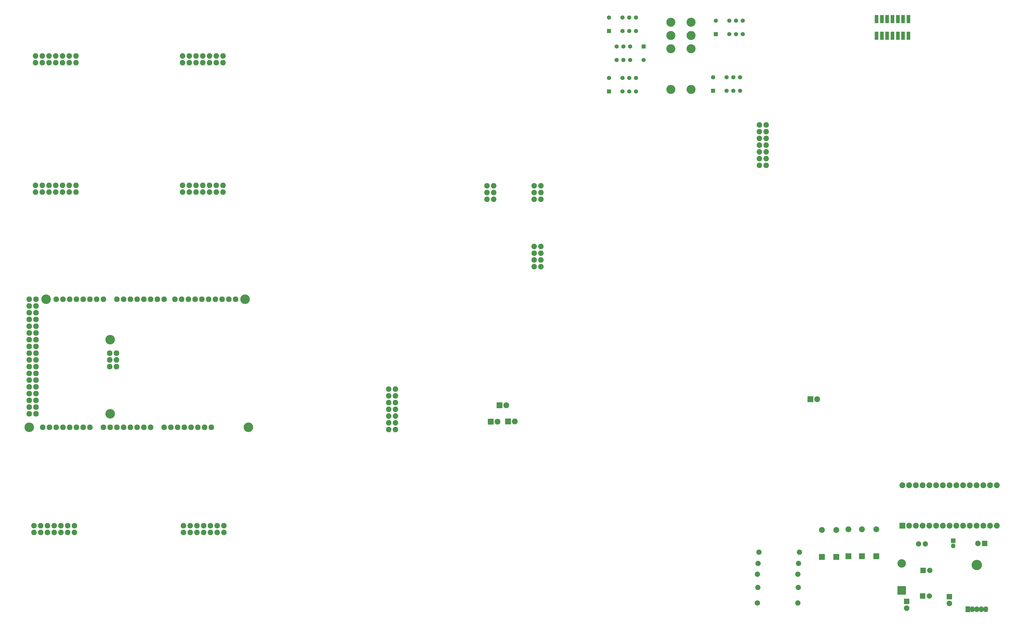
<source format=gbr>
G04 #@! TF.FileFunction,Soldermask,Top*
%FSLAX46Y46*%
G04 Gerber Fmt 4.6, Leading zero omitted, Abs format (unit mm)*
G04 Created by KiCad (PCBNEW 4.0.6) date 02/21/20 12:53:56*
%MOMM*%
%LPD*%
G01*
G04 APERTURE LIST*
%ADD10C,0.100000*%
%ADD11C,2.082800*%
%ADD12R,2.000000X2.000000*%
%ADD13C,2.000000*%
%ADD14R,2.200000X2.200000*%
%ADD15C,2.200000*%
%ADD16O,2.200000X2.200000*%
%ADD17R,3.200000X3.200000*%
%ADD18O,3.200000X3.200000*%
%ADD19R,1.600000X1.600000*%
%ADD20C,1.600000*%
%ADD21O,2.127200X2.127200*%
%ADD22C,3.600000*%
%ADD23R,2.100000X2.100000*%
%ADD24O,2.100000X2.100000*%
%ADD25R,1.750000X1.750000*%
%ADD26O,1.750000X1.750000*%
%ADD27C,3.400000*%
%ADD28O,3.900000X3.900000*%
%ADD29R,1.750000X2.200000*%
%ADD30O,1.750000X2.200000*%
%ADD31O,2.000000X2.000000*%
%ADD32R,1.400000X3.150000*%
G04 APERTURE END LIST*
D10*
D11*
X133400000Y-102400000D03*
X133400000Y-104940000D03*
X135940000Y-102400000D03*
X135940000Y-104940000D03*
X138480000Y-102400000D03*
X138480000Y-104940000D03*
X141020000Y-102400000D03*
X141020000Y-104940000D03*
X143560000Y-102400000D03*
X143560000Y-104940000D03*
X146100000Y-102400000D03*
X146100000Y-104940000D03*
X148640000Y-102400000D03*
X148640000Y-104940000D03*
X188800000Y-102400000D03*
X188800000Y-104940000D03*
X191340000Y-102400000D03*
X191340000Y-104940000D03*
X193880000Y-102400000D03*
X193880000Y-104940000D03*
X196420000Y-102400000D03*
X196420000Y-104940000D03*
X198960000Y-102400000D03*
X198960000Y-104940000D03*
X201500000Y-102400000D03*
X201500000Y-104940000D03*
X204040000Y-102400000D03*
X204040000Y-104940000D03*
X188800000Y-151200000D03*
X188800000Y-153740000D03*
X191340000Y-151200000D03*
X191340000Y-153740000D03*
X193880000Y-151200000D03*
X193880000Y-153740000D03*
X196420000Y-151200000D03*
X196420000Y-153740000D03*
X198960000Y-151200000D03*
X198960000Y-153740000D03*
X201500000Y-151200000D03*
X201500000Y-153740000D03*
X204040000Y-151200000D03*
X204040000Y-153740000D03*
X133400000Y-151200000D03*
X133400000Y-153740000D03*
X135940000Y-151200000D03*
X135940000Y-153740000D03*
X138480000Y-151200000D03*
X138480000Y-153740000D03*
X141020000Y-151200000D03*
X141020000Y-153740000D03*
X143560000Y-151200000D03*
X143560000Y-153740000D03*
X146100000Y-151200000D03*
X146100000Y-153740000D03*
X148640000Y-151200000D03*
X148640000Y-153740000D03*
X148100000Y-282000000D03*
X148100000Y-279460000D03*
X145560000Y-282000000D03*
X145560000Y-279460000D03*
X143020000Y-282000000D03*
X143020000Y-279460000D03*
X140480000Y-282000000D03*
X140480000Y-279460000D03*
X137940000Y-282000000D03*
X137940000Y-279460000D03*
X135400000Y-282000000D03*
X135400000Y-279460000D03*
X132860000Y-282000000D03*
X132860000Y-279460000D03*
X204343000Y-282000000D03*
X204343000Y-279460000D03*
X201803000Y-282000000D03*
X201803000Y-279460000D03*
X199263000Y-282000000D03*
X199263000Y-279460000D03*
X196723000Y-282000000D03*
X196723000Y-279460000D03*
X194183000Y-282000000D03*
X194183000Y-279460000D03*
X191643000Y-282000000D03*
X191643000Y-279460000D03*
X189103000Y-282000000D03*
X189103000Y-279460000D03*
X269000000Y-243200000D03*
X266460000Y-243200000D03*
X269000000Y-240660000D03*
X266460000Y-240660000D03*
X269000000Y-238120000D03*
X266460000Y-238120000D03*
X269000000Y-235580000D03*
X266460000Y-235580000D03*
X269000000Y-233040000D03*
X266460000Y-233040000D03*
X269000000Y-230500000D03*
X266460000Y-230500000D03*
X269000000Y-227960000D03*
X266460000Y-227960000D03*
X408600000Y-143600000D03*
X406060000Y-143600000D03*
X408600000Y-141060000D03*
X406060000Y-141060000D03*
X408600000Y-138520000D03*
X406060000Y-138520000D03*
X408600000Y-135980000D03*
X406060000Y-135980000D03*
X408600000Y-133440000D03*
X406060000Y-133440000D03*
X408600000Y-130900000D03*
X406060000Y-130900000D03*
X408600000Y-128360000D03*
X406060000Y-128360000D03*
X323800000Y-156400000D03*
X321260000Y-156400000D03*
X323800000Y-153860000D03*
X321260000Y-153860000D03*
X323800000Y-151320000D03*
X321260000Y-151320000D03*
X306000000Y-156400000D03*
X303460000Y-156400000D03*
X306000000Y-153860000D03*
X303460000Y-153860000D03*
X306000000Y-151320000D03*
X303460000Y-151320000D03*
X323800000Y-181800000D03*
X321260000Y-181800000D03*
X323800000Y-179260000D03*
X321260000Y-179260000D03*
X323800000Y-176720000D03*
X321260000Y-176720000D03*
X323800000Y-174180000D03*
X321260000Y-174180000D03*
D12*
X467538000Y-305918000D03*
D13*
X470038000Y-305918000D03*
D12*
X467716000Y-296316000D03*
D13*
X470216000Y-296316000D03*
D14*
X311404000Y-240132000D03*
D15*
X313944000Y-240132000D03*
D14*
X429616000Y-291236000D03*
D16*
X429616000Y-281076000D03*
D14*
X434975000Y-291186000D03*
D16*
X434975000Y-281026000D03*
D14*
X450113000Y-290957000D03*
D16*
X450113000Y-280797000D03*
D14*
X444627000Y-290957000D03*
D16*
X444627000Y-280797000D03*
D14*
X425298000Y-231800000D03*
D15*
X427838000Y-231800000D03*
D17*
X459613000Y-303809000D03*
D18*
X459613000Y-293649000D03*
D14*
X439598000Y-290957000D03*
D16*
X439598000Y-280797000D03*
D14*
X308153000Y-234061000D03*
D15*
X310693000Y-234061000D03*
D14*
X304902000Y-240208000D03*
D15*
X307442000Y-240208000D03*
D19*
X388622000Y-115519000D03*
D20*
X388622000Y-110439000D03*
X393702000Y-115519000D03*
X398782000Y-110439000D03*
X396242000Y-115519000D03*
X398782000Y-115519000D03*
X393702000Y-110439000D03*
X396242000Y-110439000D03*
D19*
X349455000Y-115748000D03*
D20*
X349455000Y-110668000D03*
X354535000Y-115748000D03*
X359615000Y-110668000D03*
X357075000Y-115748000D03*
X359615000Y-115748000D03*
X354535000Y-110668000D03*
X357075000Y-110668000D03*
D19*
X362431000Y-98882000D03*
D20*
X362431000Y-103962000D03*
X357351000Y-98882000D03*
X352271000Y-103962000D03*
X354811000Y-98882000D03*
X352271000Y-98882000D03*
X357351000Y-103962000D03*
X354811000Y-103962000D03*
D19*
X349404000Y-92964000D03*
D20*
X349404000Y-87884000D03*
X354484000Y-92964000D03*
X359564000Y-87884000D03*
X357024000Y-92964000D03*
X359564000Y-92964000D03*
X354484000Y-87884000D03*
X357024000Y-87884000D03*
D19*
X389638000Y-94183200D03*
D20*
X389638000Y-89103200D03*
X394718000Y-94183200D03*
X399798000Y-89103200D03*
X397258000Y-94183200D03*
X399798000Y-94183200D03*
X394718000Y-89103200D03*
X397258000Y-89103200D03*
D21*
X163932000Y-219456000D03*
X161392000Y-219456000D03*
X161392000Y-216916000D03*
X163932000Y-216916000D03*
X161392000Y-214376000D03*
X176759000Y-242316000D03*
X181839000Y-242316000D03*
X184379000Y-242316000D03*
X186919000Y-242316000D03*
X189459000Y-242316000D03*
X191999000Y-242316000D03*
X194539000Y-242316000D03*
X197079000Y-242316000D03*
X141199000Y-194056000D03*
X143739000Y-194056000D03*
X146279000Y-194056000D03*
X148819000Y-194056000D03*
X151359000Y-194056000D03*
X153899000Y-194056000D03*
X156439000Y-194056000D03*
X158979000Y-194056000D03*
X164059000Y-194056000D03*
X166599000Y-194056000D03*
X169139000Y-194056000D03*
X171679000Y-194056000D03*
X174219000Y-194056000D03*
X176759000Y-194056000D03*
X179299000Y-194056000D03*
X181839000Y-194056000D03*
X201143000Y-194056000D03*
X185903000Y-194056000D03*
X188443000Y-194056000D03*
X190983000Y-194056000D03*
D22*
X161519000Y-237236000D03*
X161519000Y-209296000D03*
X137389000Y-194056000D03*
X212319000Y-194056000D03*
X131039000Y-242316000D03*
X213589000Y-242316000D03*
D21*
X208763000Y-194056000D03*
X206223000Y-194056000D03*
X203683000Y-194056000D03*
X198603000Y-194056000D03*
X196063000Y-194056000D03*
X193523000Y-194056000D03*
X199619000Y-242316000D03*
X174219000Y-242316000D03*
X171679000Y-242316000D03*
X169139000Y-242316000D03*
X166599000Y-242316000D03*
X164059000Y-242316000D03*
X161519000Y-242316000D03*
X158979000Y-242316000D03*
X153899000Y-242316000D03*
X151359000Y-242316000D03*
X148819000Y-242316000D03*
X146279000Y-242316000D03*
X143739000Y-242316000D03*
X141199000Y-242316000D03*
X138659000Y-242316000D03*
X136119000Y-242316000D03*
X133579000Y-194056000D03*
X131039000Y-194056000D03*
X133579000Y-196596000D03*
X131039000Y-196596000D03*
X133579000Y-199136000D03*
X131039000Y-199136000D03*
X133579000Y-201676000D03*
X131039000Y-201676000D03*
X133579000Y-204216000D03*
X131039000Y-204216000D03*
X133579000Y-206756000D03*
X131039000Y-206756000D03*
X133579000Y-209296000D03*
X131039000Y-209296000D03*
X133579000Y-211836000D03*
X131039000Y-211836000D03*
X133579000Y-214376000D03*
X131039000Y-214376000D03*
X133579000Y-216916000D03*
X131039000Y-216916000D03*
X133579000Y-219456000D03*
X131039000Y-219456000D03*
X133579000Y-221996000D03*
X131039000Y-221996000D03*
X133579000Y-224536000D03*
X131039000Y-224536000D03*
X133579000Y-227076000D03*
X131039000Y-227076000D03*
X133579000Y-229616000D03*
X131039000Y-229616000D03*
X133579000Y-232156000D03*
X131039000Y-232156000D03*
X133579000Y-234696000D03*
X131039000Y-234696000D03*
X133579000Y-237236000D03*
X131039000Y-237236000D03*
X163932000Y-214376000D03*
D23*
X477596000Y-306172000D03*
D24*
X477596000Y-308712000D03*
D14*
X459892000Y-279476000D03*
D15*
X462432000Y-279476000D03*
X464972000Y-279476000D03*
X467512000Y-279476000D03*
X470052000Y-279476000D03*
X472592000Y-279476000D03*
X475132000Y-279476000D03*
X477672000Y-279476000D03*
X480212000Y-279476000D03*
X482752000Y-279476000D03*
X485292000Y-279476000D03*
X487832000Y-279476000D03*
X490372000Y-279476000D03*
X492912000Y-279476000D03*
X495452000Y-279476000D03*
X495452000Y-264236000D03*
X492912000Y-264236000D03*
X490372000Y-264236000D03*
X487832000Y-264236000D03*
X485292000Y-264236000D03*
X482752000Y-264236000D03*
X480212000Y-264236000D03*
X477672000Y-264236000D03*
X475132000Y-264236000D03*
X472592000Y-264236000D03*
X470052000Y-264236000D03*
X467512000Y-264236000D03*
X464972000Y-264236000D03*
X462432000Y-264236000D03*
X459892000Y-264236000D03*
D25*
X479069000Y-285090000D03*
D26*
X479069000Y-287090000D03*
D27*
X372720000Y-115011000D03*
X380340000Y-115011000D03*
X372720000Y-94691000D03*
X380340000Y-89691000D03*
X380340000Y-99691000D03*
X372720000Y-99691000D03*
X380340000Y-94691000D03*
X372720000Y-89691000D03*
D28*
X487956000Y-294236000D03*
D29*
X484556000Y-310896000D03*
D30*
X486256000Y-310896000D03*
X487956000Y-310896000D03*
X489656000Y-310896000D03*
X491356000Y-310896000D03*
D23*
X490880000Y-286131000D03*
D24*
X488340000Y-286131000D03*
D13*
X465988000Y-286334000D03*
D31*
X468528000Y-286334000D03*
D23*
X461518000Y-307950000D03*
D24*
X461518000Y-310490000D03*
D32*
X450184000Y-88543600D03*
X450184000Y-94793600D03*
X452184000Y-88543600D03*
X452184000Y-94793600D03*
X454184000Y-88543600D03*
X454184000Y-94793600D03*
X456184000Y-88543600D03*
X456184000Y-94793600D03*
X458184000Y-88543600D03*
X458184000Y-94793600D03*
X460184000Y-88543600D03*
X460184000Y-94793600D03*
X462184000Y-88543600D03*
X462184000Y-94793600D03*
D13*
X405308000Y-308559000D03*
D31*
X420548000Y-308559000D03*
D13*
X405587000Y-293649000D03*
D31*
X420827000Y-293649000D03*
D13*
X405867000Y-289458000D03*
D31*
X421107000Y-289458000D03*
D13*
X420675000Y-302692000D03*
D31*
X405435000Y-302692000D03*
D13*
X420548000Y-297739000D03*
D31*
X405308000Y-297739000D03*
M02*

</source>
